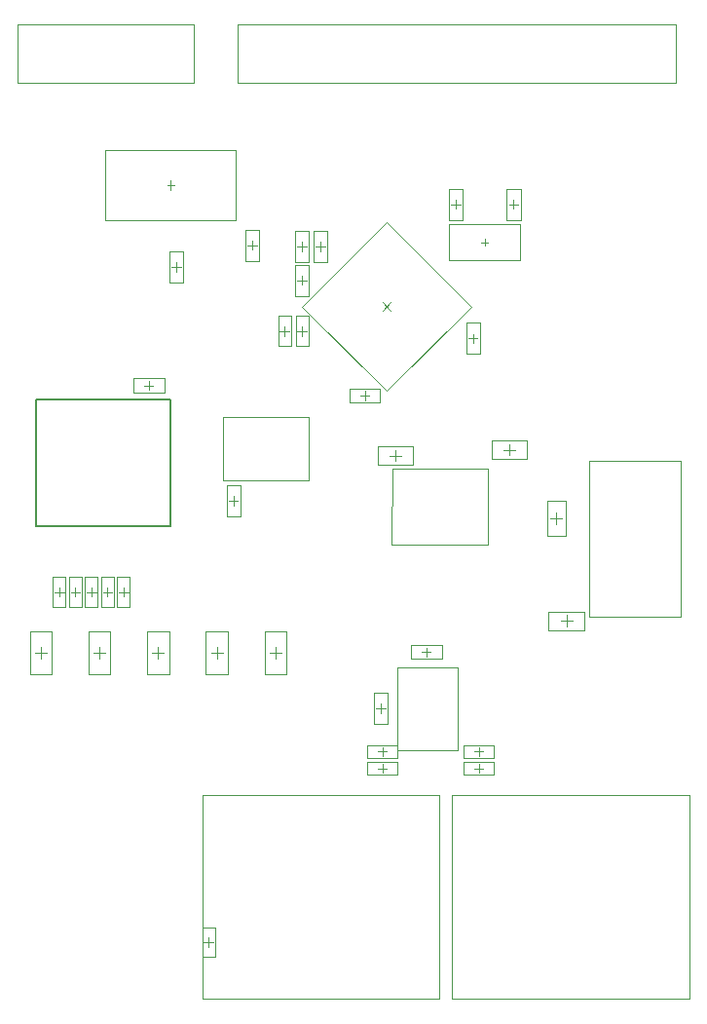
<source format=gbr>
G04*
G04 #@! TF.GenerationSoftware,Altium Limited,Altium Designer,22.4.2 (48)*
G04*
G04 Layer_Color=32768*
%FSLAX25Y25*%
%MOIN*%
G70*
G04*
G04 #@! TF.SameCoordinates,486E1BA3-CE48-4A1D-B67F-52F2D9AC8645*
G04*
G04*
G04 #@! TF.FilePolarity,Positive*
G04*
G01*
G75*
%ADD12C,0.00394*%
%ADD17C,0.00600*%
%ADD89C,0.00197*%
%ADD90C,0.00236*%
%ADD91C,0.00200*%
D12*
X252795Y96567D02*
Y166449D01*
Y96567D02*
X334095D01*
Y166449D01*
X252795D02*
X334095D01*
X270532Y284500D02*
X274468D01*
X272500Y282531D02*
Y286469D01*
X231484Y282500D02*
X235421D01*
X233453Y280532D02*
Y284469D01*
X288500Y259032D02*
Y262968D01*
X286531Y261000D02*
X290469D01*
X290032Y226000D02*
X293969D01*
X292000Y224031D02*
Y227969D01*
X299632Y227228D02*
X331128D01*
Y280772D01*
X299632D02*
X331128D01*
X299632Y227228D02*
Y280772D01*
X229108Y334892D02*
X231892Y332108D01*
X229108Y332108D02*
X231892Y334892D01*
X140425Y234197D02*
Y237347D01*
X138850Y235772D02*
X142000D01*
X134925Y234197D02*
Y237347D01*
X133350Y235772D02*
X136500D01*
X129425Y234197D02*
Y237347D01*
X127850Y235772D02*
X131000D01*
X201500Y323500D02*
Y326650D01*
X199925Y325075D02*
X203075D01*
X195500Y323500D02*
Y326650D01*
X193925Y325075D02*
X197075D01*
X123925Y234197D02*
Y237347D01*
X122350Y235772D02*
X125500D01*
X118425Y234197D02*
Y237347D01*
X116850Y235772D02*
X120000D01*
X260425Y181250D02*
X263575D01*
X262000Y179675D02*
Y182825D01*
X260425Y175500D02*
X263575D01*
X262000Y173925D02*
Y177075D01*
X227449Y175500D02*
X230598D01*
X229024Y173925D02*
Y177075D01*
X227425Y181250D02*
X230575D01*
X229000Y179675D02*
Y182825D01*
X169500Y114425D02*
Y117575D01*
X167925Y116000D02*
X171075D01*
X190497Y214991D02*
X194433D01*
X192465Y213023D02*
Y216960D01*
X170371Y214991D02*
X174309D01*
X172340Y213023D02*
Y216960D01*
X150247Y214991D02*
X154183D01*
X152215Y213023D02*
Y216960D01*
X130192Y215009D02*
X134128D01*
X132160Y213040D02*
Y216977D01*
X110066Y215009D02*
X114004D01*
X112035Y213040D02*
Y216977D01*
X167295Y166449D02*
X248594D01*
Y96567D02*
Y166449D01*
X167295Y96567D02*
X248594D01*
X167295D02*
Y166449D01*
X149000Y304925D02*
Y308075D01*
X147425Y306500D02*
X150575D01*
X176425Y267000D02*
X179575D01*
X178000Y265425D02*
Y268575D01*
X226925Y196000D02*
X230075D01*
X228500Y194425D02*
Y197575D01*
X244000Y213697D02*
Y216846D01*
X242425Y215272D02*
X245575D01*
X252484Y368500D02*
X255634D01*
X254059Y366925D02*
Y370075D01*
X272366Y368500D02*
X275516D01*
X273941Y366925D02*
Y370075D01*
X199925Y342453D02*
X203075D01*
X201500Y340878D02*
Y344028D01*
X222953Y301425D02*
Y304575D01*
X221378Y303000D02*
X224528D01*
X258425Y322547D02*
X261575D01*
X260000Y320972D02*
Y324122D01*
X199925Y353953D02*
X203075D01*
X201500Y352378D02*
Y355528D01*
X206175Y353953D02*
X209325D01*
X207750Y352378D02*
Y355528D01*
X156925Y347000D02*
X160075D01*
X158500Y345425D02*
Y348575D01*
X182925Y354500D02*
X186075D01*
X184500Y352925D02*
Y356075D01*
D17*
X110361Y258350D02*
X117411D01*
X149311D01*
X156361D01*
Y301650D01*
X149311D02*
X156361D01*
X117411D02*
X149311D01*
X110361D02*
X117411D01*
X110361Y258350D02*
Y301650D01*
D89*
X266398Y281350D02*
Y287650D01*
X278602Y281350D02*
Y287650D01*
X266398D02*
X278602D01*
X266398Y281350D02*
X278602D01*
X227350Y279350D02*
Y285650D01*
X239555Y279350D02*
Y285650D01*
X227350D02*
X239555D01*
X227350Y279350D02*
X239555D01*
X285350Y254898D02*
X291650D01*
X285350Y267102D02*
X291650D01*
X285350Y254898D02*
Y267102D01*
X291650Y254898D02*
Y267102D01*
X285898Y222850D02*
Y229150D01*
X298102Y222850D02*
Y229150D01*
X285898D02*
X298102D01*
X285898Y222850D02*
X298102D01*
X262819Y355500D02*
X265181D01*
X264000Y354319D02*
Y356681D01*
X251795Y349201D02*
Y359043D01*
Y349201D02*
X276205D01*
Y361799D01*
X251795D02*
X276205D01*
X251795Y359043D02*
Y361799D01*
X203665Y274173D02*
Y295827D01*
X174335D02*
X203665D01*
X174335Y274173D02*
Y295827D01*
Y274173D02*
X203665D01*
X254827Y181827D02*
Y210173D01*
X234000Y181827D02*
X254827D01*
X234000D02*
Y210173D01*
X254827D01*
X265053Y252000D02*
Y278000D01*
X232376D02*
X265053D01*
X232215Y252000D02*
X232376Y278000D01*
X232215Y252000D02*
X265053D01*
X201548Y333500D02*
X230500Y362452D01*
Y304548D02*
X259452Y333500D01*
X201548D02*
X230500Y304548D01*
Y362452D02*
X259452Y333500D01*
X155319Y375000D02*
X157681D01*
X156500Y373425D02*
Y376575D01*
X134059Y362992D02*
X178941D01*
X134059D02*
Y387008D01*
X178941D01*
Y362992D02*
Y387008D01*
X138260Y230654D02*
X142591D01*
X138260Y240890D02*
X142591D01*
X138260Y230654D02*
Y240890D01*
X142591Y230654D02*
Y240890D01*
X132760Y230654D02*
X137091D01*
X132760Y240890D02*
X137091D01*
X132760Y230654D02*
Y240890D01*
X137091Y230654D02*
Y240890D01*
X127260Y230654D02*
X131591D01*
X127260Y240890D02*
X131591D01*
X127260Y230654D02*
Y240890D01*
X131591Y230654D02*
Y240890D01*
X199335Y319957D02*
X203665D01*
X199335Y330193D02*
X203665D01*
X199335Y319957D02*
Y330193D01*
X203665Y319957D02*
Y330193D01*
X193335Y319957D02*
X197665D01*
X193335Y330193D02*
X197665D01*
X193335Y319957D02*
Y330193D01*
X197665Y319957D02*
Y330193D01*
X121760Y230654D02*
X126091D01*
X121760Y240890D02*
X126091D01*
X121760Y230654D02*
Y240890D01*
X126091Y230654D02*
Y240890D01*
X116260Y230654D02*
X120591D01*
X116260Y240890D02*
X120591D01*
X116260Y230654D02*
Y240890D01*
X120591Y230654D02*
Y240890D01*
X256882Y179085D02*
Y183415D01*
X267118Y179085D02*
Y183415D01*
X256882Y179085D02*
X267118D01*
X256882Y183415D02*
X267118D01*
X256882Y173335D02*
Y177665D01*
X267118Y173335D02*
Y177665D01*
X256882Y173335D02*
X267118D01*
X256882Y177665D02*
X267118D01*
X234142Y173335D02*
Y177665D01*
X223905Y173335D02*
Y177665D01*
X234142D01*
X223905Y173335D02*
X234142D01*
X234118Y179085D02*
Y183415D01*
X223882Y179085D02*
Y183415D01*
X234118D01*
X223882Y179085D02*
X234118D01*
X167335Y110882D02*
X171665D01*
X167335Y121118D02*
X171665D01*
Y110882D02*
Y121118D01*
X167335Y110882D02*
Y121118D01*
X188725Y207708D02*
Y222275D01*
X196205Y207708D02*
Y222275D01*
X188725Y207708D02*
X196205D01*
X188725Y222275D02*
X196205D01*
X168600Y207708D02*
Y222275D01*
X176080Y207708D02*
Y222275D01*
X168600Y207708D02*
X176080D01*
X168600Y222275D02*
X176080D01*
X148475Y207708D02*
Y222275D01*
X155955Y207708D02*
Y222275D01*
X148475Y207708D02*
X155955D01*
X148475Y222275D02*
X155955D01*
X135900Y207725D02*
Y222292D01*
X128420Y207725D02*
Y222292D01*
X135900D01*
X128420Y207725D02*
X135900D01*
X115775D02*
Y222292D01*
X108295Y207725D02*
Y222292D01*
X115775D01*
X108295Y207725D02*
X115775D01*
X143685Y304138D02*
X154315D01*
X143685Y308862D02*
X154315D01*
Y304138D02*
Y308862D01*
X143685Y304138D02*
Y308862D01*
X175638Y261685D02*
Y272315D01*
X180362Y261685D02*
Y272315D01*
X175638Y261685D02*
X180362D01*
X175638Y272315D02*
X180362D01*
X226138Y190685D02*
Y201315D01*
X230862Y190685D02*
Y201315D01*
X226138Y190685D02*
X230862D01*
X226138Y201315D02*
X230862D01*
X238685Y217634D02*
X249315D01*
X238685Y212910D02*
X249315D01*
X238685D02*
Y217634D01*
X249315Y212910D02*
Y217634D01*
X251697Y363185D02*
Y373815D01*
X256421Y363185D02*
Y373815D01*
X251697Y363185D02*
X256421D01*
X251697Y373815D02*
X256421D01*
X271579Y363185D02*
Y373815D01*
X276303Y363185D02*
Y373815D01*
X271579Y363185D02*
X276303D01*
X271579Y373815D02*
X276303D01*
X199138Y337138D02*
Y347768D01*
X203862Y337138D02*
Y347768D01*
X199138Y337138D02*
X203862D01*
X199138Y347768D02*
X203862D01*
X217638Y300638D02*
X228268D01*
X217638Y305362D02*
X228268D01*
Y300638D02*
Y305362D01*
X217638Y300638D02*
Y305362D01*
X262362Y317232D02*
Y327862D01*
X257638Y317232D02*
Y327862D01*
X262362D01*
X257638Y317232D02*
X262362D01*
X199138Y348638D02*
Y359268D01*
X203862Y348638D02*
Y359268D01*
X199138Y348638D02*
X203862D01*
X199138Y359268D02*
X203862D01*
X205388Y348638D02*
Y359268D01*
X210112Y348638D02*
Y359268D01*
X205388Y348638D02*
X210112D01*
X205388Y359268D02*
X210112D01*
X156138Y341685D02*
Y352315D01*
X160862Y341685D02*
Y352315D01*
X156138Y341685D02*
X160862D01*
X156138Y352315D02*
X160862D01*
X182138Y349185D02*
Y359815D01*
X186862Y349185D02*
Y359815D01*
X182138Y349185D02*
X186862D01*
X182138Y359815D02*
X186862D01*
D90*
X104000Y410000D02*
Y430000D01*
Y410000D02*
X144500D01*
X164500D01*
Y430000D01*
X104000D02*
X164500D01*
D91*
X179500Y410000D02*
Y430000D01*
X329500Y410000D02*
Y430000D01*
X179500D02*
X329500D01*
X179500Y410000D02*
X329500D01*
M02*

</source>
